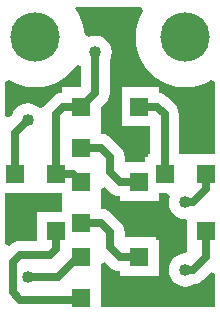
<source format=gtl>
%FSLAX25Y25*%
%MOIN*%
G70*
G01*
G75*
G04 Layer_Physical_Order=1*
G04 Layer_Color=255*
%ADD10R,0.05906X0.05906*%
%ADD11R,0.05906X0.05906*%
%ADD12C,0.02500*%
%ADD13C,0.16500*%
%ADD14C,0.04000*%
G36*
X521402Y537937D02*
D01*
D01*
X521402Y537937D01*
X521402Y537063D01*
X521402D01*
Y534307D01*
X512937D01*
Y524791D01*
X507500D01*
X506260Y524628D01*
X505104Y524149D01*
X504112Y523388D01*
X503886Y523161D01*
X502500Y523735D01*
Y540693D01*
X512063D01*
Y540693D01*
X512063D01*
X512063Y540693D01*
X512937D01*
Y540693D01*
X521402D01*
Y537937D01*
D02*
G37*
G36*
X537222Y541002D02*
X538215Y540241D01*
X539370Y539762D01*
X540610Y539599D01*
X540693D01*
Y537937D01*
X553598D01*
Y540693D01*
X556519D01*
X557353Y539446D01*
X557142Y538936D01*
X556952Y537500D01*
X557142Y536064D01*
X557696Y534726D01*
X558577Y533577D01*
X559726Y532696D01*
X561064Y532142D01*
X562500Y531952D01*
X562937Y531569D01*
Y521402D01*
X562937Y521402D01*
X562937D01*
X562861Y520824D01*
X562500Y520547D01*
X561064Y520358D01*
X559726Y519804D01*
X558577Y518923D01*
X557696Y517774D01*
X557142Y516436D01*
X556952Y515000D01*
X557142Y513564D01*
X557696Y512226D01*
X558577Y511077D01*
X559726Y510196D01*
X561064Y509642D01*
X562500Y509452D01*
X563936Y509642D01*
X565274Y510196D01*
X565351Y510255D01*
X566240Y510372D01*
X567057Y510711D01*
X567395Y510851D01*
X568388Y511612D01*
X571114Y514339D01*
X572500Y513765D01*
Y502500D01*
X534307D01*
Y512063D01*
D01*
Y512063D01*
X534307Y512063D01*
Y512937D01*
X534307D01*
Y516958D01*
X535693Y517532D01*
X537222Y516002D01*
X538215Y515241D01*
X539370Y514762D01*
X540610Y514599D01*
X540693D01*
Y512937D01*
X553598D01*
Y525843D01*
X542291D01*
Y527500D01*
D01*
D01*
D01*
D01*
X542291D01*
D01*
D01*
D01*
D01*
D01*
X542291D01*
Y527500D01*
D01*
D01*
Y527500D01*
D01*
D01*
D01*
D01*
D01*
D01*
D01*
D01*
D01*
D01*
D01*
D01*
Y527500D01*
D01*
X542291D01*
D01*
D01*
D01*
D01*
D01*
D01*
D01*
X542291Y527500D01*
D01*
D01*
D01*
X542128Y528740D01*
X541649Y529895D01*
X540888Y530888D01*
X537778Y533998D01*
X536785Y534759D01*
X535630Y535238D01*
X534390Y535401D01*
X534307D01*
Y537063D01*
D01*
Y537063D01*
X534307Y537063D01*
X534307Y537937D01*
X534307D01*
Y541958D01*
X535693Y542532D01*
X537222Y541002D01*
D02*
G37*
G36*
X527709Y582977D02*
Y576020D01*
X527532Y575843D01*
X521402D01*
Y574117D01*
X520650Y574017D01*
X519494Y573539D01*
X518502Y572778D01*
X516002Y570278D01*
X515241Y569285D01*
X513923Y568923D01*
X513923D01*
X512774Y569804D01*
X511436Y570358D01*
X510000Y570547D01*
X508564Y570358D01*
X507226Y569804D01*
X506077Y568923D01*
X505196Y567774D01*
X504663Y566487D01*
X503277Y565913D01*
X502500Y566235D01*
Y577741D01*
X503809Y578474D01*
X504986Y577753D01*
X507385Y576759D01*
X509911Y576153D01*
X512500Y575949D01*
X515089Y576153D01*
X517615Y576759D01*
X520014Y577753D01*
X522228Y579110D01*
X524203Y580797D01*
X525890Y582772D01*
X526265Y583384D01*
X527709Y582977D01*
D02*
G37*
G36*
X548474Y601191D02*
X547753Y600014D01*
X546759Y597614D01*
X546153Y595089D01*
X545949Y592500D01*
X546153Y589911D01*
X546759Y587386D01*
X547753Y584986D01*
X549110Y582772D01*
X550797Y580797D01*
X552772Y579110D01*
X554986Y577753D01*
X557385Y576759D01*
X559911Y576153D01*
X562500Y575949D01*
X565089Y576153D01*
X567615Y576759D01*
X570014Y577753D01*
X571191Y578474D01*
X572500Y577741D01*
Y553598D01*
X562937D01*
D01*
D01*
X562937Y553598D01*
X562063D01*
Y553598D01*
X560401D01*
Y566890D01*
X560238Y568130D01*
X559759Y569285D01*
X558998Y570278D01*
X556498Y572778D01*
X555506Y573539D01*
X555167Y573679D01*
X554350Y574017D01*
X553598Y574117D01*
Y575843D01*
X540693D01*
Y562937D01*
X550819D01*
Y553598D01*
X549157D01*
Y550843D01*
X542291D01*
Y552500D01*
X542128Y553740D01*
X541649Y554895D01*
X540888Y555888D01*
X537778Y558998D01*
D01*
X537778Y558998D01*
D01*
D01*
D01*
X537778Y558998D01*
X537778Y558998D01*
X536785Y559759D01*
X536447Y559900D01*
X535630Y560238D01*
X534390Y560401D01*
X534307D01*
Y562063D01*
D01*
Y562063D01*
X534307Y562063D01*
Y562937D01*
X534307D01*
Y569067D01*
X535888Y570648D01*
X536649Y571640D01*
X536789Y571978D01*
X537128Y572795D01*
X537291Y574035D01*
Y584709D01*
X537304Y584726D01*
X537858Y586064D01*
X538048Y587500D01*
X537858Y588936D01*
X537304Y590274D01*
X536423Y591423D01*
X535274Y592304D01*
X533936Y592858D01*
X532500Y593048D01*
X531064Y592858D01*
X530266Y592528D01*
X528987Y593312D01*
X528847Y595089D01*
X528241Y597614D01*
X527247Y600014D01*
X525890Y602228D01*
X526015Y602500D01*
X547741D01*
X548474Y601191D01*
D02*
G37*
D10*
X547146Y530610D02*
D03*
X527854Y544390D02*
D03*
X527854Y530610D02*
D03*
X547146Y519390D02*
D03*
Y505610D02*
D03*
X527854Y519390D02*
D03*
Y505610D02*
D03*
X547146Y544390D02*
D03*
X527854Y555610D02*
D03*
Y569390D02*
D03*
X547146Y555610D02*
D03*
Y569390D02*
D03*
D11*
X519390Y527854D02*
D03*
X505610D02*
D03*
X519390Y547146D02*
D03*
X505610D02*
D03*
X555610Y547146D02*
D03*
X569390D02*
D03*
X555610Y527854D02*
D03*
X569390D02*
D03*
D12*
X519390Y521890D02*
Y527854D01*
X507500Y520000D02*
X517500D01*
X519390Y521890D01*
X505610Y547146D02*
Y560610D01*
X510000Y565000D01*
X527854Y555610D02*
X534390D01*
X537500Y552500D01*
Y547500D02*
Y552500D01*
Y547500D02*
X540610Y544390D01*
X547146D01*
X540610Y519390D02*
X547146D01*
X537500Y522500D02*
X540610Y519390D01*
X537500Y522500D02*
Y527500D01*
X534390Y530610D02*
X537500Y527500D01*
X527854Y530610D02*
X534390D01*
X547146Y569390D02*
X553110D01*
X555610Y547146D02*
Y566890D01*
X553110Y569390D02*
X555610Y566890D01*
X547146Y530610D02*
X552854D01*
X555610Y527854D01*
X547146Y505610D02*
X547756Y505000D01*
X547146Y505610D02*
X553721D01*
X555610Y507500D01*
Y527854D01*
X519390Y547146D02*
X525098D01*
X527854Y544390D01*
X519390Y547146D02*
X520000Y547756D01*
X527244Y570000D02*
X527854Y569390D01*
X519390Y547146D02*
Y566890D01*
X521890Y569390D01*
X527854D01*
X532500Y574035D01*
Y587500D01*
X540000Y562756D02*
X547146Y555610D01*
X540000Y562756D02*
Y587500D01*
X569390Y541890D02*
Y547146D01*
X565000Y537500D02*
X569390Y541890D01*
X562500Y537500D02*
X565000D01*
X505610Y527854D02*
Y533110D01*
X510000Y537500D01*
X505000Y517500D02*
X507500Y520000D01*
X505000Y507500D02*
Y517500D01*
Y507500D02*
X507500Y505000D01*
X527244D01*
X527854Y505610D01*
X526890Y519390D02*
X527854D01*
X520000Y512500D02*
X526890Y519390D01*
X510000Y512500D02*
X520000D01*
X555610Y507500D02*
X567500D01*
X562500Y515000D02*
X565000D01*
X569390Y519390D01*
Y527854D01*
D13*
X512500Y592500D02*
D03*
X562500D02*
D03*
D14*
Y537500D02*
D03*
Y515000D02*
D03*
X510000Y537500D02*
D03*
Y565000D02*
D03*
Y512500D02*
D03*
X532500Y587500D02*
D03*
X540000D02*
D03*
X567500Y507500D02*
D03*
M02*

</source>
